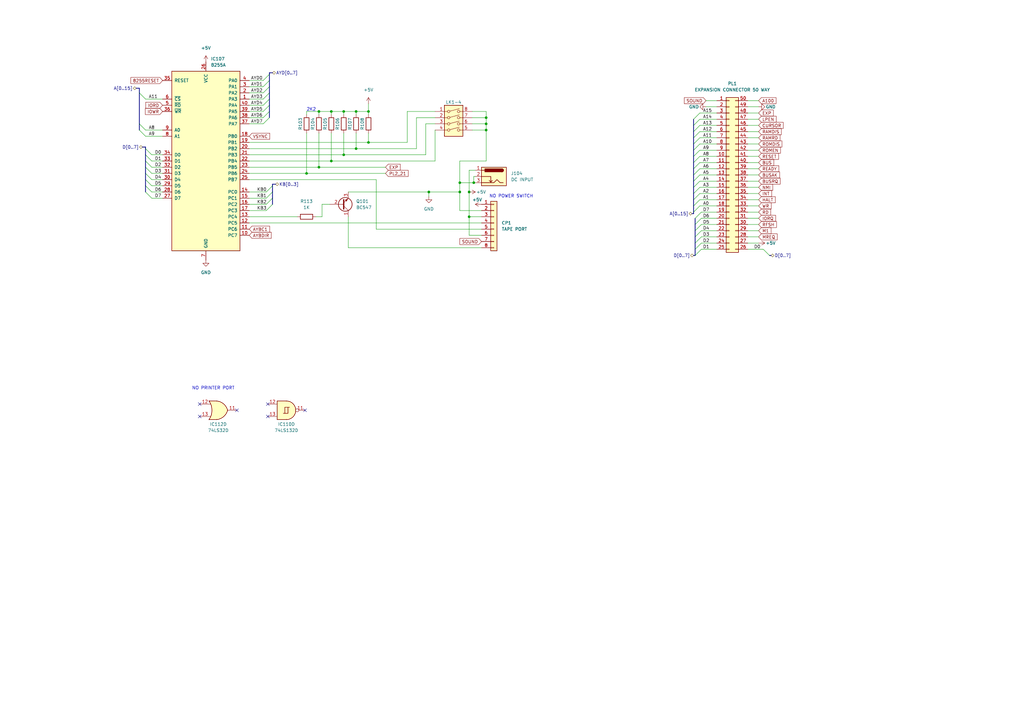
<source format=kicad_sch>
(kicad_sch (version 20230121) (generator eeschema)
  (paper "A3")
  (lib_symbols
    (symbol "74xx:74LS132" (pin_names (offset 1.016))
      (property "Reference" "U" (at 0 1.27 0))
      (property "Value" "74LS132" (at 0 -1.27 0))
      (symbol "74LS132_1_1"
        (pin input line (at -7.62 2.54 0) (length 3.81) (name "~") (number "1"))
        (pin input line (at -7.62 -2.54 0) (length 3.81) (name "~") (number "2"))
        (pin output inverted (at 7.62 0 180) (length 3.81) (name "~") (number "3"))
      )
      (symbol "74LS132_1_2"
        (pin input inverted (at -7.62 2.54 0) (length 4.318) (name "~") (number "1"))
        (pin input inverted (at -7.62 -2.54 0) (length 4.318) (name "~") (number "2"))
        (pin output line (at 7.62 0 180) (length 3.81) (name "~") (number "3"))
      )
      (symbol "74LS132_2_1"
        (pin input line (at -7.62 2.54 0) (length 3.81) (name "~") (number "4"))
        (pin input line (at -7.62 -2.54 0) (length 3.81) (name "~") (number "5"))
        (pin output inverted (at 7.62 0 180) (length 3.81) (name "~") (number "6"))
      )
      (symbol "74LS132_2_2"
        (pin input inverted (at -7.62 2.54 0) (length 4.318) (name "~") (number "4"))
        (pin input inverted (at -7.62 -2.54 0) (length 4.318) (name "~") (number "5"))
        (pin output line (at 7.62 0 180) (length 3.81) (name "~") (number "6"))
      )
      (symbol "74LS132_3_1"
        (pin input line (at -7.62 -2.54 0) (length 3.81) (name "~") (number "10"))
        (pin output inverted (at 7.62 0 180) (length 3.81) (name "~") (number "8"))
        (pin input line (at -7.62 2.54 0) (length 3.81) (name "~") (number "9"))
      )
      (symbol "74LS132_3_2"
        (pin input inverted (at -7.62 -2.54 0) (length 4.318) (name "~") (number "10"))
        (pin output line (at 7.62 0 180) (length 3.81) (name "~") (number "8"))
        (pin input inverted (at -7.62 2.54 0) (length 4.318) (name "~") (number "9"))
      )
      (symbol "74LS132_4_1"
        (pin output inverted (at 7.62 0 180) (length 3.81) (name "~") (number "11"))
        (pin input line (at -7.62 2.54 0) (length 3.81) (name "~") (number "12"))
        (pin input line (at -7.62 -2.54 0) (length 3.81) (name "~") (number "13"))
      )
      (symbol "74LS132_4_2"
        (pin output line (at 7.62 0 180) (length 3.81) (name "~") (number "11"))
        (pin input inverted (at -7.62 2.54 0) (length 4.318) (name "~") (number "12"))
        (pin input inverted (at -7.62 -2.54 0) (length 4.318) (name "~") (number "13"))
      )
      (symbol "74LS132_5_0"
        (pin power_in line (at 0 12.7 270) (length 5.08) (name "VCC") (number "14"))
        (pin power_in line (at 0 -12.7 90) (length 5.08) (name "GND") (number "7"))
      )
    )
    (symbol "74xx:74LS32" (pin_names (offset 1.016))
      (property "Reference" "U" (at 0 1.27 0))
      (property "Value" "74LS32" (at 0 -1.27 0))
      (symbol "74LS32_1_1"
        (pin input line (at -7.62 2.54 0) (length 4.318) (name "~") (number "1"))
        (pin input line (at -7.62 -2.54 0) (length 4.318) (name "~") (number "2"))
        (pin output line (at 7.62 0 180) (length 3.81) (name "~") (number "3"))
      )
      (symbol "74LS32_1_2"
        (pin input inverted (at -7.62 2.54 0) (length 3.81) (name "~") (number "1"))
        (pin input inverted (at -7.62 -2.54 0) (length 3.81) (name "~") (number "2"))
        (pin output inverted (at 7.62 0 180) (length 3.81) (name "~") (number "3"))
      )
      (symbol "74LS32_2_1"
        (pin input line (at -7.62 2.54 0) (length 4.318) (name "~") (number "4"))
        (pin input line (at -7.62 -2.54 0) (length 4.318) (name "~") (number "5"))
        (pin output line (at 7.62 0 180) (length 3.81) (name "~") (number "6"))
      )
      (symbol "74LS32_2_2"
        (pin input inverted (at -7.62 2.54 0) (length 3.81) (name "~") (number "4"))
        (pin input inverted (at -7.62 -2.54 0) (length 3.81) (name "~") (number "5"))
        (pin output inverted (at 7.62 0 180) (length 3.81) (name "~") (number "6"))
      )
      (symbol "74LS32_3_1"
        (pin input line (at -7.62 -2.54 0) (length 4.318) (name "~") (number "10"))
        (pin output line (at 7.62 0 180) (length 3.81) (name "~") (number "8"))
        (pin input line (at -7.62 2.54 0) (length 4.318) (name "~") (number "9"))
      )
      (symbol "74LS32_3_2"
        (pin input inverted (at -7.62 -2.54 0) (length 3.81) (name "~") (number "10"))
        (pin output inverted (at 7.62 0 180) (length 3.81) (name "~") (number "8"))
        (pin input inverted (at -7.62 2.54 0) (length 3.81) (name "~") (number "9"))
      )
      (symbol "74LS32_4_1"
        (pin output line (at 7.62 0 180) (length 3.81) (name "~") (number "11"))
        (pin input line (at -7.62 2.54 0) (length 4.318) (name "~") (number "12"))
        (pin input line (at -7.62 -2.54 0) (length 4.318) (name "~") (number "13"))
      )
      (symbol "74LS32_4_2"
        (pin output inverted (at 7.62 0 180) (length 3.81) (name "~") (number "11"))
        (pin input inverted (at -7.62 2.54 0) (length 3.81) (name "~") (number "12"))
        (pin input inverted (at -7.62 -2.54 0) (length 3.81) (name "~") (number "13"))
      )
      (symbol "74LS32_5_0"
        (pin power_in line (at 0 12.7 270) (length 5.08) (name "VCC") (number "14"))
        (pin power_in line (at 0 -12.7 90) (length 5.08) (name "GND") (number "7"))
      )
    )
    (symbol "Connector:Barrel_Jack_Switch_Pin3Ring" (pin_names hide)
      (property "Reference" "J" (at 0 5.334 0))
      (property "Value" "Barrel_Jack_Switch_Pin3Ring" (at 0 -5.08 0))
      (symbol "Barrel_Jack_Switch_Pin3Ring_1_1"
        (pin passive line (at 7.62 2.54 180) (length 2.54) (name "~") (number "1"))
        (pin passive line (at 7.62 0 180) (length 2.54) (name "~") (number "2"))
        (pin passive line (at 7.62 -2.54 180) (length 2.54) (name "~") (number "3"))
      )
    )
    (symbol "Connector_Generic:Conn_01x08" (pin_names (offset 1.016) hide)
      (property "Reference" "J" (at 0 10.16 0))
      (property "Value" "Conn_01x08" (at 0 -12.7 0))
      (symbol "Conn_01x08_1_1"
        (pin passive line (at -5.08 7.62 0) (length 3.81) (name "Pin_1") (number "1"))
        (pin passive line (at -5.08 5.08 0) (length 3.81) (name "Pin_2") (number "2"))
        (pin passive line (at -5.08 2.54 0) (length 3.81) (name "Pin_3") (number "3"))
        (pin passive line (at -5.08 0 0) (length 3.81) (name "Pin_4") (number "4"))
        (pin passive line (at -5.08 -2.54 0) (length 3.81) (name "Pin_5") (number "5"))
        (pin passive line (at -5.08 -5.08 0) (length 3.81) (name "Pin_6") (number "6"))
        (pin passive line (at -5.08 -7.62 0) (length 3.81) (name "Pin_7") (number "7"))
        (pin passive line (at -5.08 -10.16 0) (length 3.81) (name "Pin_8") (number "8"))
      )
    )
    (symbol "Connector_Generic:Conn_02x25_Counter_Clockwise" (pin_names (offset 1.016) hide)
      (property "Reference" "J" (at 1.27 33.02 0))
      (property "Value" "Conn_02x25_Counter_Clockwise" (at 1.27 -33.02 0))
      (symbol "Conn_02x25_Counter_Clockwise_1_1"
        (pin passive line (at -5.08 30.48 0) (length 3.81) (name "Pin_1") (number "1"))
        (pin passive line (at -5.08 7.62 0) (length 3.81) (name "Pin_10") (number "10"))
        (pin passive line (at -5.08 5.08 0) (length 3.81) (name "Pin_11") (number "11"))
        (pin passive line (at -5.08 2.54 0) (length 3.81) (name "Pin_12") (number "12"))
        (pin passive line (at -5.08 0 0) (length 3.81) (name "Pin_13") (number "13"))
        (pin passive line (at -5.08 -2.54 0) (length 3.81) (name "Pin_14") (number "14"))
        (pin passive line (at -5.08 -5.08 0) (length 3.81) (name "Pin_15") (number "15"))
        (pin passive line (at -5.08 -7.62 0) (length 3.81) (name "Pin_16") (number "16"))
        (pin passive line (at -5.08 -10.16 0) (length 3.81) (name "Pin_17") (number "17"))
        (pin passive line (at -5.08 -12.7 0) (length 3.81) (name "Pin_18") (number "18"))
        (pin passive line (at -5.08 -15.24 0) (length 3.81) (name "Pin_19") (number "19"))
        (pin passive line (at -5.08 27.94 0) (length 3.81) (name "Pin_2") (number "2"))
        (pin passive line (at -5.08 -17.78 0) (length 3.81) (name "Pin_20") (number "20"))
        (pin passive line (at -5.08 -20.32 0) (length 3.81) (name "Pin_21") (number "21"))
        (pin passive line (at -5.08 -22.86 0) (length 3.81) (name "Pin_22") (number "22"))
        (pin passive line (at -5.08 -25.4 0) (length 3.81) (name "Pin_23") (number "23"))
        (pin passive line (at -5.08 -27.94 0) (length 3.81) (name "Pin_24") (number "24"))
        (pin passive line (at -5.08 -30.48 0) (length 3.81) (name "Pin_25") (number "25"))
        (pin passive line (at 7.62 -30.48 180) (length 3.81) (name "Pin_26") (number "26"))
        (pin passive line (at 7.62 -27.94 180) (length 3.81) (name "Pin_27") (number "27"))
        (pin passive line (at 7.62 -25.4 180) (length 3.81) (name "Pin_28") (number "28"))
        (pin passive line (at 7.62 -22.86 180) (length 3.81) (name "Pin_29") (number "29"))
        (pin passive line (at -5.08 25.4 0) (length 3.81) (name "Pin_3") (number "3"))
        (pin passive line (at 7.62 -20.32 180) (length 3.81) (name "Pin_30") (number "30"))
        (pin passive line (at 7.62 -17.78 180) (length 3.81) (name "Pin_31") (number "31"))
        (pin passive line (at 7.62 -15.24 180) (length 3.81) (name "Pin_32") (number "32"))
        (pin passive line (at 7.62 -12.7 180) (length 3.81) (name "Pin_33") (number "33"))
        (pin passive line (at 7.62 -10.16 180) (length 3.81) (name "Pin_34") (number "34"))
        (pin passive line (at 7.62 -7.62 180) (length 3.81) (name "Pin_35") (number "35"))
        (pin passive line (at 7.62 -5.08 180) (length 3.81) (name "Pin_36") (number "36"))
        (pin passive line (at 7.62 -2.54 180) (length 3.81) (name "Pin_37") (number "37"))
        (pin passive line (at 7.62 0 180) (length 3.81) (name "Pin_38") (number "38"))
        (pin passive line (at 7.62 2.54 180) (length 3.81) (name "Pin_39") (number "39"))
        (pin passive line (at -5.08 22.86 0) (length 3.81) (name "Pin_4") (number "4"))
        (pin passive line (at 7.62 5.08 180) (length 3.81) (name "Pin_40") (number "40"))
        (pin passive line (at 7.62 7.62 180) (length 3.81) (name "Pin_41") (number "41"))
        (pin passive line (at 7.62 10.16 180) (length 3.81) (name "Pin_42") (number "42"))
        (pin passive line (at 7.62 12.7 180) (length 3.81) (name "Pin_43") (number "43"))
        (pin passive line (at 7.62 15.24 180) (length 3.81) (name "Pin_44") (number "44"))
        (pin passive line (at 7.62 17.78 180) (length 3.81) (name "Pin_45") (number "45"))
        (pin passive line (at 7.62 20.32 180) (length 3.81) (name "Pin_46") (number "46"))
        (pin passive line (at 7.62 22.86 180) (length 3.81) (name "Pin_47") (number "47"))
        (pin passive line (at 7.62 25.4 180) (length 3.81) (name "Pin_48") (number "48"))
        (pin passive line (at 7.62 27.94 180) (length 3.81) (name "Pin_49") (number "49"))
        (pin passive line (at -5.08 20.32 0) (length 3.81) (name "Pin_5") (number "5"))
        (pin passive line (at 7.62 30.48 180) (length 3.81) (name "Pin_50") (number "50"))
        (pin passive line (at -5.08 17.78 0) (length 3.81) (name "Pin_6") (number "6"))
        (pin passive line (at -5.08 15.24 0) (length 3.81) (name "Pin_7") (number "7"))
        (pin passive line (at -5.08 12.7 0) (length 3.81) (name "Pin_8") (number "8"))
        (pin passive line (at -5.08 10.16 0) (length 3.81) (name "Pin_9") (number "9"))
      )
    )
    (symbol "Device:R" (pin_numbers hide) (pin_names (offset 0))
      (property "Reference" "R" (at 2.032 0 90))
      (property "Value" "R" (at 0 0 90))
      (symbol "R_1_1"
        (pin passive line (at 0 3.81 270) (length 1.27) (name "~") (number "1"))
        (pin passive line (at 0 -3.81 90) (length 1.27) (name "~") (number "2"))
      )
    )
    (symbol "Interface:8255A" (pin_names (offset 1.016))
      (property "Reference" "U" (at -13.97 38.1 0))
      (property "Value" "8255A" (at 8.89 38.1 0))
      (symbol "8255A_1_1"
        (pin bidirectional line (at 17.78 25.4 180) (length 3.81) (name "PA3") (number "1"))
        (pin bidirectional line (at 17.78 -30.48 180) (length 3.81) (name "PC7") (number "10"))
        (pin bidirectional line (at 17.78 -27.94 180) (length 3.81) (name "PC6") (number "11"))
        (pin bidirectional line (at 17.78 -25.4 180) (length 3.81) (name "PC5") (number "12"))
        (pin bidirectional line (at 17.78 -22.86 180) (length 3.81) (name "PC4") (number "13"))
        (pin bidirectional line (at 17.78 -12.7 180) (length 3.81) (name "PC0") (number "14"))
        (pin bidirectional line (at 17.78 -15.24 180) (length 3.81) (name "PC1") (number "15"))
        (pin bidirectional line (at 17.78 -17.78 180) (length 3.81) (name "PC2") (number "16"))
        (pin bidirectional line (at 17.78 -20.32 180) (length 3.81) (name "PC3") (number "17"))
        (pin bidirectional line (at 17.78 10.16 180) (length 3.81) (name "PB0") (number "18"))
        (pin bidirectional line (at 17.78 7.62 180) (length 3.81) (name "PB1") (number "19"))
        (pin bidirectional line (at 17.78 27.94 180) (length 3.81) (name "PA2") (number "2"))
        (pin bidirectional line (at 17.78 5.08 180) (length 3.81) (name "PB2") (number "20"))
        (pin bidirectional line (at 17.78 2.54 180) (length 3.81) (name "PB3") (number "21"))
        (pin bidirectional line (at 17.78 0 180) (length 3.81) (name "PB4") (number "22"))
        (pin bidirectional line (at 17.78 -2.54 180) (length 3.81) (name "PB5") (number "23"))
        (pin bidirectional line (at 17.78 -5.08 180) (length 3.81) (name "PB6") (number "24"))
        (pin bidirectional line (at 17.78 -7.62 180) (length 3.81) (name "PB7") (number "25"))
        (pin power_in line (at 0 40.64 270) (length 3.81) (name "VCC") (number "26"))
        (pin bidirectional line (at -17.78 -15.24 0) (length 3.81) (name "D7") (number "27"))
        (pin bidirectional line (at -17.78 -12.7 0) (length 3.81) (name "D6") (number "28"))
        (pin bidirectional line (at -17.78 -10.16 0) (length 3.81) (name "D5") (number "29"))
        (pin bidirectional line (at 17.78 30.48 180) (length 3.81) (name "PA1") (number "3"))
        (pin bidirectional line (at -17.78 -7.62 0) (length 3.81) (name "D4") (number "30"))
        (pin bidirectional line (at -17.78 -5.08 0) (length 3.81) (name "D3") (number "31"))
        (pin bidirectional line (at -17.78 -2.54 0) (length 3.81) (name "D2") (number "32"))
        (pin bidirectional line (at -17.78 0 0) (length 3.81) (name "D1") (number "33"))
        (pin bidirectional line (at -17.78 2.54 0) (length 3.81) (name "D0") (number "34"))
        (pin input line (at -17.78 33.02 0) (length 3.81) (name "RESET") (number "35"))
        (pin input line (at -17.78 20.32 0) (length 3.81) (name "~{WR}") (number "36"))
        (pin bidirectional line (at 17.78 15.24 180) (length 3.81) (name "PA7") (number "37"))
        (pin bidirectional line (at 17.78 17.78 180) (length 3.81) (name "PA6") (number "38"))
        (pin bidirectional line (at 17.78 20.32 180) (length 3.81) (name "PA5") (number "39"))
        (pin bidirectional line (at 17.78 33.02 180) (length 3.81) (name "PA0") (number "4"))
        (pin bidirectional line (at 17.78 22.86 180) (length 3.81) (name "PA4") (number "40"))
        (pin input line (at -17.78 22.86 0) (length 3.81) (name "~{RD}") (number "5"))
        (pin input line (at -17.78 25.4 0) (length 3.81) (name "~{CS}") (number "6"))
        (pin power_in line (at 0 -40.64 90) (length 3.81) (name "GND") (number "7"))
        (pin input line (at -17.78 10.16 0) (length 3.81) (name "A1") (number "8"))
        (pin input line (at -17.78 12.7 0) (length 3.81) (name "A0") (number "9"))
      )
    )
    (symbol "Switch:SW_DIP_x04" (pin_names (offset 0) hide)
      (property "Reference" "SW" (at 0 8.89 0))
      (property "Value" "SW_DIP_x04" (at 0 -6.35 0))
      (symbol "SW_DIP_x04_1_1"
        (pin passive line (at -7.62 5.08 0) (length 5.08) (name "~") (number "1"))
        (pin passive line (at -7.62 2.54 0) (length 5.08) (name "~") (number "2"))
        (pin passive line (at -7.62 0 0) (length 5.08) (name "~") (number "3"))
        (pin passive line (at -7.62 -2.54 0) (length 5.08) (name "~") (number "4"))
        (pin passive line (at 7.62 -2.54 180) (length 5.08) (name "~") (number "5"))
        (pin passive line (at 7.62 0 180) (length 5.08) (name "~") (number "6"))
        (pin passive line (at 7.62 2.54 180) (length 5.08) (name "~") (number "7"))
        (pin passive line (at 7.62 5.08 180) (length 5.08) (name "~") (number "8"))
      )
    )
    (symbol "Transistor_BJT:BC547" (pin_names (offset 0) hide)
      (property "Reference" "Q" (at 5.08 1.905 0))
      (property "Value" "BC547" (at 5.08 0 0))
      (symbol "BC547_1_1"
        (pin passive line (at 2.54 5.08 270) (length 2.54) (name "C") (number "1"))
        (pin input line (at -5.08 0 0) (length 5.08) (name "B") (number "2"))
        (pin passive line (at 2.54 -5.08 90) (length 2.54) (name "E") (number "3"))
      )
    )
    (symbol "power:+5V" (power) (pin_names (offset 0))
      (property "Value" "+5V" (at 0 3.556 0))
      (symbol "+5V_1_1"
        (pin power_in line (at 0 0 90) (length 0) hide (name "+5V") (number "1"))
      )
    )
    (symbol "power:GND" (power) (pin_names (offset 0))
      (property "Value" "GND" (at 0 -3.81 0))
      (symbol "GND_1_1"
        (pin power_in line (at 0 0 270) (length 0) hide (name "GND") (number "1"))
      )
    )
  )
  (junction (at 125.73 71.12))
  (junction (at 151.13 45.72))
  (junction (at 130.81 45.72))
  (junction (at 146.05 45.72))
  (junction (at 192.405 78.74))
  (junction (at 192.405 88.9))
  (junction (at 188.595 74.93))
  (junction (at 194.31 74.93))
  (junction (at 140.97 63.5))
  (junction (at 199.39 50.8))
  (junction (at 199.39 48.26))
  (junction (at 199.39 53.34))
  (junction (at 140.97 45.72))
  (junction (at 135.89 45.72))
  (junction (at 175.895 78.74))
  (junction (at 146.05 60.96))
  (junction (at 188.595 78.74))
  (junction (at 135.89 66.04))
  (junction (at 151.13 58.42))
  (junction (at 130.81 68.58))
  (no_connect (at 109.855 170.815))
  (no_connect (at 109.855 165.735))
  (no_connect (at 125.095 168.275))
  (no_connect (at 81.915 165.735))
  (no_connect (at 81.915 170.815))
  (no_connect (at 97.155 168.275))
  (bus_entry (at 107.95 38.1) (size 2.54 -2.54))
  (bus_entry (at 107.95 43.18) (size 2.54 -2.54))
  (bus_entry (at 285.115 92.075) (size 2.54 -2.54))
  (bus_entry (at 284.48 56.515) (size 2.54 -2.54))
  (bus_entry (at 59.69 73.66) (size 2.54 2.54))
  (bus_entry (at 285.115 89.535) (size 2.54 -2.54))
  (bus_entry (at 284.48 48.895) (size 2.54 -2.54))
  (bus_entry (at 57.15 50.8) (size 2.54 2.54))
  (bus_entry (at 107.95 50.8) (size 2.54 -2.54))
  (bus_entry (at 107.95 45.72) (size 2.54 -2.54))
  (bus_entry (at 59.69 66.04) (size 2.54 2.54))
  (bus_entry (at 284.48 84.455) (size 2.54 -2.54))
  (bus_entry (at 284.48 61.595) (size 2.54 -2.54))
  (bus_entry (at 284.48 74.295) (size 2.54 -2.54))
  (bus_entry (at 59.69 68.58) (size 2.54 2.54))
  (bus_entry (at 107.95 35.56) (size 2.54 -2.54))
  (bus_entry (at 59.69 76.2) (size 2.54 2.54))
  (bus_entry (at 57.15 53.34) (size 2.54 2.54))
  (bus_entry (at 59.69 63.5) (size 2.54 2.54))
  (bus_entry (at 284.48 81.915) (size 2.54 -2.54))
  (bus_entry (at 109.22 86.36) (size 2.54 -2.54))
  (bus_entry (at 109.22 78.74) (size 2.54 -2.54))
  (bus_entry (at 284.48 64.135) (size 2.54 -2.54))
  (bus_entry (at 284.48 59.055) (size 2.54 -2.54))
  (bus_entry (at 284.48 79.375) (size 2.54 -2.54))
  (bus_entry (at 285.115 97.155) (size 2.54 -2.54))
  (bus_entry (at 107.95 33.02) (size 2.54 -2.54))
  (bus_entry (at 57.15 38.1) (size 2.54 2.54))
  (bus_entry (at 285.115 102.235) (size 2.54 -2.54))
  (bus_entry (at 284.48 86.995) (size 2.54 -2.54))
  (bus_entry (at 284.48 51.435) (size 2.54 -2.54))
  (bus_entry (at 284.48 53.975) (size 2.54 -2.54))
  (bus_entry (at 107.95 48.26) (size 2.54 -2.54))
  (bus_entry (at 284.48 76.835) (size 2.54 -2.54))
  (bus_entry (at 285.115 99.695) (size 2.54 -2.54))
  (bus_entry (at 284.48 66.675) (size 2.54 -2.54))
  (bus_entry (at 59.69 60.96) (size 2.54 2.54))
  (bus_entry (at 285.115 94.615) (size 2.54 -2.54))
  (bus_entry (at 284.48 71.755) (size 2.54 -2.54))
  (bus_entry (at 59.69 71.12) (size 2.54 2.54))
  (bus_entry (at 285.115 104.775) (size 2.54 -2.54))
  (bus_entry (at 284.48 69.215) (size 2.54 -2.54))
  (bus_entry (at 107.95 40.64) (size 2.54 -2.54))
  (bus_entry (at 59.69 78.74) (size 2.54 2.54))
  (bus_entry (at 109.22 83.82) (size 2.54 -2.54))
  (bus_entry (at 109.22 81.28) (size 2.54 -2.54))
  (bus_entry (at 313.055 102.235) (size 2.54 2.54))
  (wire (pts (xy 62.23 76.2) (xy 66.675 76.2)))
  (wire (pts (xy 135.89 45.72) (xy 140.97 45.72)))
  (wire (pts (xy 287.655 97.155) (xy 294.005 97.155)))
  (wire (pts (xy 188.595 74.93) (xy 194.31 74.93)))
  (wire (pts (xy 306.705 86.995) (xy 311.15 86.995)))
  (wire (pts (xy 140.97 45.72) (xy 140.97 46.99)))
  (wire (pts (xy 306.705 94.615) (xy 311.15 94.615)))
  (bus (pts (xy 113.03 75.565) (xy 111.76 75.565)))
  (wire (pts (xy 130.81 54.61) (xy 130.81 68.58)))
  (wire (pts (xy 287.655 102.235) (xy 294.005 102.235)))
  (wire (pts (xy 287.02 66.675) (xy 294.005 66.675)))
  (wire (pts (xy 287.02 76.835) (xy 294.005 76.835)))
  (wire (pts (xy 102.235 63.5) (xy 140.97 63.5)))
  (wire (pts (xy 287.02 84.455) (xy 294.005 84.455)))
  (wire (pts (xy 287.02 51.435) (xy 294.005 51.435)))
  (bus (pts (xy 110.49 33.02) (xy 110.49 35.56)))
  (wire (pts (xy 102.235 60.96) (xy 146.05 60.96)))
  (wire (pts (xy 306.705 92.075) (xy 311.15 92.075)))
  (wire (pts (xy 306.705 61.595) (xy 311.15 61.595)))
  (bus (pts (xy 57.15 38.1) (xy 57.15 50.8)))
  (wire (pts (xy 287.02 71.755) (xy 294.005 71.755)))
  (wire (pts (xy 167.005 45.72) (xy 178.435 45.72)))
  (wire (pts (xy 193.675 45.72) (xy 199.39 45.72)))
  (wire (pts (xy 188.595 66.04) (xy 199.39 66.04)))
  (wire (pts (xy 306.705 69.215) (xy 311.15 69.215)))
  (wire (pts (xy 102.235 43.18) (xy 107.95 43.18)))
  (bus (pts (xy 285.115 99.695) (xy 285.115 102.235)))
  (wire (pts (xy 199.39 50.8) (xy 199.39 53.34)))
  (bus (pts (xy 284.48 51.435) (xy 284.48 53.975)))
  (bus (pts (xy 316.23 104.775) (xy 315.595 104.775)))
  (wire (pts (xy 102.235 78.74) (xy 109.22 78.74)))
  (bus (pts (xy 59.69 76.2) (xy 59.69 78.74)))
  (wire (pts (xy 306.705 53.975) (xy 311.15 53.975)))
  (wire (pts (xy 188.595 86.36) (xy 188.595 78.74)))
  (wire (pts (xy 102.235 66.04) (xy 135.89 66.04)))
  (wire (pts (xy 62.23 78.74) (xy 66.675 78.74)))
  (wire (pts (xy 130.81 68.58) (xy 158.115 68.58)))
  (bus (pts (xy 284.48 86.995) (xy 284.48 87.63)))
  (bus (pts (xy 285.115 102.235) (xy 285.115 104.775)))
  (wire (pts (xy 62.23 73.66) (xy 66.675 73.66)))
  (wire (pts (xy 102.235 33.02) (xy 107.95 33.02)))
  (wire (pts (xy 132.08 83.82) (xy 135.255 83.82)))
  (wire (pts (xy 146.05 45.72) (xy 146.05 46.99)))
  (wire (pts (xy 194.31 72.39) (xy 194.31 74.93)))
  (wire (pts (xy 306.705 74.295) (xy 311.15 74.295)))
  (wire (pts (xy 102.235 91.44) (xy 197.485 91.44)))
  (wire (pts (xy 102.235 40.64) (xy 107.95 40.64)))
  (wire (pts (xy 146.05 45.72) (xy 151.13 45.72)))
  (bus (pts (xy 59.69 60.325) (xy 59.69 60.96)))
  (wire (pts (xy 102.235 81.28) (xy 109.22 81.28)))
  (wire (pts (xy 125.73 54.61) (xy 125.73 71.12)))
  (wire (pts (xy 287.02 48.895) (xy 294.005 48.895)))
  (wire (pts (xy 306.705 41.275) (xy 311.15 41.275)))
  (bus (pts (xy 284.48 74.295) (xy 284.48 76.835)))
  (wire (pts (xy 175.895 78.74) (xy 175.895 80.645)))
  (wire (pts (xy 192.405 69.85) (xy 192.405 78.74)))
  (wire (pts (xy 197.485 93.98) (xy 154.305 93.98)))
  (bus (pts (xy 284.48 81.915) (xy 284.48 84.455)))
  (bus (pts (xy 285.115 94.615) (xy 285.115 97.155)))
  (wire (pts (xy 174.625 63.5) (xy 174.625 50.8)))
  (wire (pts (xy 287.02 79.375) (xy 294.005 79.375)))
  (wire (pts (xy 135.89 45.72) (xy 135.89 46.99)))
  (wire (pts (xy 194.945 72.39) (xy 194.31 72.39)))
  (bus (pts (xy 57.15 50.8) (xy 57.15 53.34)))
  (bus (pts (xy 284.48 71.755) (xy 284.48 74.295)))
  (bus (pts (xy 284.48 79.375) (xy 284.48 81.915)))
  (wire (pts (xy 194.945 69.85) (xy 192.405 69.85)))
  (wire (pts (xy 306.705 51.435) (xy 311.15 51.435)))
  (wire (pts (xy 130.81 45.72) (xy 135.89 45.72)))
  (wire (pts (xy 192.405 88.9) (xy 197.485 88.9)))
  (bus (pts (xy 59.69 63.5) (xy 59.69 66.04)))
  (bus (pts (xy 284.48 66.675) (xy 284.48 69.215)))
  (wire (pts (xy 194.31 74.93) (xy 194.945 74.93)))
  (wire (pts (xy 306.705 71.755) (xy 311.15 71.755)))
  (wire (pts (xy 306.705 48.895) (xy 311.15 48.895)))
  (wire (pts (xy 306.705 59.055) (xy 311.15 59.055)))
  (wire (pts (xy 306.705 89.535) (xy 311.15 89.535)))
  (wire (pts (xy 306.705 64.135) (xy 311.15 64.135)))
  (wire (pts (xy 306.705 99.695) (xy 311.15 99.695)))
  (bus (pts (xy 57.15 36.195) (xy 57.15 38.1)))
  (wire (pts (xy 154.305 73.66) (xy 102.235 73.66)))
  (wire (pts (xy 287.02 46.355) (xy 294.005 46.355)))
  (wire (pts (xy 287.655 99.695) (xy 294.005 99.695)))
  (wire (pts (xy 199.39 48.26) (xy 199.39 50.8)))
  (wire (pts (xy 142.875 101.6) (xy 197.485 101.6)))
  (wire (pts (xy 146.05 60.96) (xy 170.815 60.96)))
  (wire (pts (xy 59.69 53.34) (xy 66.675 53.34)))
  (wire (pts (xy 62.23 66.04) (xy 66.675 66.04)))
  (bus (pts (xy 111.76 29.845) (xy 110.49 29.845)))
  (wire (pts (xy 125.73 71.12) (xy 158.115 71.12)))
  (wire (pts (xy 125.73 45.72) (xy 130.81 45.72)))
  (bus (pts (xy 59.69 60.96) (xy 59.69 63.5)))
  (bus (pts (xy 59.69 66.04) (xy 59.69 68.58)))
  (wire (pts (xy 151.13 45.72) (xy 151.13 42.545)))
  (bus (pts (xy 58.42 60.325) (xy 59.69 60.325)))
  (wire (pts (xy 199.39 53.34) (xy 199.39 66.04)))
  (wire (pts (xy 102.235 71.12) (xy 125.73 71.12)))
  (wire (pts (xy 306.705 81.915) (xy 311.15 81.915)))
  (wire (pts (xy 146.05 54.61) (xy 146.05 60.96)))
  (bus (pts (xy 110.49 38.1) (xy 110.49 40.64)))
  (bus (pts (xy 110.49 43.18) (xy 110.49 45.72)))
  (wire (pts (xy 306.705 66.675) (xy 311.15 66.675)))
  (bus (pts (xy 111.76 78.74) (xy 111.76 81.28)))
  (wire (pts (xy 193.675 53.34) (xy 199.39 53.34)))
  (bus (pts (xy 110.49 45.72) (xy 110.49 48.26)))
  (wire (pts (xy 287.02 81.915) (xy 294.005 81.915)))
  (wire (pts (xy 142.875 88.9) (xy 142.875 101.6)))
  (wire (pts (xy 199.39 45.72) (xy 199.39 48.26)))
  (wire (pts (xy 151.13 54.61) (xy 151.13 58.42)))
  (wire (pts (xy 142.875 78.74) (xy 175.895 78.74)))
  (wire (pts (xy 62.23 81.28) (xy 66.675 81.28)))
  (wire (pts (xy 135.89 66.04) (xy 178.435 66.04)))
  (wire (pts (xy 62.23 63.5) (xy 66.675 63.5)))
  (bus (pts (xy 285.115 97.155) (xy 285.115 99.695)))
  (wire (pts (xy 306.705 43.815) (xy 311.15 43.815)))
  (wire (pts (xy 188.595 78.74) (xy 188.595 74.93)))
  (wire (pts (xy 287.02 56.515) (xy 294.005 56.515)))
  (bus (pts (xy 284.48 84.455) (xy 284.48 86.995)))
  (bus (pts (xy 111.76 76.2) (xy 111.76 78.74)))
  (bus (pts (xy 284.48 53.975) (xy 284.48 56.515)))
  (wire (pts (xy 306.705 56.515) (xy 311.15 56.515)))
  (bus (pts (xy 285.115 89.535) (xy 285.115 92.075)))
  (wire (pts (xy 192.405 96.52) (xy 197.485 96.52)))
  (wire (pts (xy 102.235 86.36) (xy 109.22 86.36)))
  (wire (pts (xy 306.705 84.455) (xy 311.15 84.455)))
  (wire (pts (xy 154.305 93.98) (xy 154.305 73.66)))
  (wire (pts (xy 306.705 97.155) (xy 311.15 97.155)))
  (wire (pts (xy 287.02 53.975) (xy 294.005 53.975)))
  (wire (pts (xy 174.625 50.8) (xy 178.435 50.8)))
  (wire (pts (xy 287.02 59.055) (xy 294.005 59.055)))
  (wire (pts (xy 140.97 45.72) (xy 146.05 45.72)))
  (wire (pts (xy 62.23 68.58) (xy 66.675 68.58)))
  (bus (pts (xy 59.69 71.12) (xy 59.69 73.66)))
  (bus (pts (xy 284.48 69.215) (xy 284.48 71.755)))
  (wire (pts (xy 102.235 88.9) (xy 121.92 88.9)))
  (bus (pts (xy 285.115 92.075) (xy 285.115 94.615)))
  (wire (pts (xy 102.235 35.56) (xy 107.95 35.56)))
  (bus (pts (xy 284.48 48.895) (xy 284.48 51.435)))
  (bus (pts (xy 284.48 61.595) (xy 284.48 64.135)))
  (bus (pts (xy 284.48 64.135) (xy 284.48 66.675)))
  (bus (pts (xy 55.88 36.195) (xy 57.15 36.195)))
  (wire (pts (xy 102.235 68.58) (xy 130.81 68.58)))
  (wire (pts (xy 62.23 71.12) (xy 66.675 71.12)))
  (wire (pts (xy 287.655 92.075) (xy 294.005 92.075)))
  (wire (pts (xy 130.81 45.72) (xy 130.81 46.99)))
  (wire (pts (xy 188.595 66.04) (xy 188.595 74.93)))
  (bus (pts (xy 110.49 30.48) (xy 110.49 33.02)))
  (wire (pts (xy 135.89 54.61) (xy 135.89 66.04)))
  (wire (pts (xy 102.235 83.82) (xy 109.22 83.82)))
  (bus (pts (xy 110.49 40.64) (xy 110.49 43.18)))
  (wire (pts (xy 151.13 45.72) (xy 151.13 46.99)))
  (bus (pts (xy 111.76 81.28) (xy 111.76 83.82)))
  (wire (pts (xy 289.56 41.275) (xy 294.005 41.275)))
  (wire (pts (xy 102.235 50.8) (xy 107.95 50.8)))
  (wire (pts (xy 306.705 102.235) (xy 313.055 102.235)))
  (wire (pts (xy 287.655 86.995) (xy 294.005 86.995)))
  (wire (pts (xy 287.02 61.595) (xy 294.005 61.595)))
  (bus (pts (xy 284.48 76.835) (xy 284.48 79.375)))
  (wire (pts (xy 102.235 48.26) (xy 107.95 48.26)))
  (bus (pts (xy 59.69 73.66) (xy 59.69 76.2)))
  (wire (pts (xy 306.705 79.375) (xy 311.15 79.375)))
  (wire (pts (xy 289.56 43.815) (xy 294.005 43.815)))
  (wire (pts (xy 175.895 78.74) (xy 188.595 78.74)))
  (bus (pts (xy 59.69 68.58) (xy 59.69 71.12)))
  (wire (pts (xy 170.815 60.96) (xy 170.815 48.26)))
  (wire (pts (xy 192.405 78.74) (xy 192.405 88.9)))
  (wire (pts (xy 287.655 94.615) (xy 294.005 94.615)))
  (wire (pts (xy 167.005 58.42) (xy 167.005 45.72)))
  (bus (pts (xy 284.48 104.775) (xy 285.115 104.775)))
  (wire (pts (xy 197.485 86.36) (xy 188.595 86.36)))
  (bus (pts (xy 283.845 87.63) (xy 284.48 87.63)))
  (wire (pts (xy 129.54 88.9) (xy 132.08 88.9)))
  (wire (pts (xy 306.705 76.835) (xy 311.15 76.835)))
  (wire (pts (xy 193.675 50.8) (xy 199.39 50.8)))
  (wire (pts (xy 287.02 74.295) (xy 294.005 74.295)))
  (bus (pts (xy 111.76 75.565) (xy 111.76 76.2)))
  (bus (pts (xy 110.49 35.56) (xy 110.49 38.1)))
  (wire (pts (xy 170.815 48.26) (xy 178.435 48.26)))
  (wire (pts (xy 178.435 66.04) (xy 178.435 53.34)))
  (wire (pts (xy 140.97 63.5) (xy 174.625 63.5)))
  (wire (pts (xy 102.235 45.72) (xy 107.95 45.72)))
  (wire (pts (xy 287.655 89.535) (xy 294.005 89.535)))
  (bus (pts (xy 110.49 29.845) (xy 110.49 30.48)))
  (bus (pts (xy 284.48 59.055) (xy 284.48 61.595)))
  (wire (pts (xy 132.08 88.9) (xy 132.08 83.82)))
  (wire (pts (xy 193.675 48.26) (xy 199.39 48.26)))
  (bus (pts (xy 284.48 56.515) (xy 284.48 59.055)))
  (wire (pts (xy 192.405 88.9) (xy 192.405 96.52)))
  (wire (pts (xy 287.02 64.135) (xy 294.005 64.135)))
  (wire (pts (xy 59.69 55.88) (xy 66.675 55.88)))
  (wire (pts (xy 287.02 69.215) (xy 294.005 69.215)))
  (wire (pts (xy 125.73 46.99) (xy 125.73 45.72)))
  (wire (pts (xy 102.235 58.42) (xy 151.13 58.42)))
  (wire (pts (xy 102.235 38.1) (xy 107.95 38.1)))
  (wire (pts (xy 140.97 54.61) (xy 140.97 63.5)))
  (wire (pts (xy 151.13 58.42) (xy 167.005 58.42)))
  (wire (pts (xy 59.69 40.64) (xy 66.675 40.64)))
  (wire (pts (xy 306.705 46.355) (xy 311.15 46.355)))
  (text "2K2" (at 125.73 45.72 0) (effects (font (size 1.27 1.27)) (justify left bottom)))
  (text "NO POWER SWITCH" (at 200.66 81.28 0) (effects (font (size 1.27 1.27)) (justify left bottom)))
  (text "NO PRINTER PORT" (at 78.74 160.02 0) (effects (font (size 1.27 1.27)) (justify left bottom)))
  (label "D0" (at 63.5 63.5 0))
  (label "A9" (at 288.29 61.595 0))
  (label "D6" (at 63.5 78.74 0))
  (label "A2" (at 288.29 79.375 0))
  (label "AYD0" (at 102.87 33.02 0))
  (label "A11" (at 60.96 40.64 0))
  (label "D7" (at 288.29 86.995 0))
  (label "KB0" (at 105.41 78.74 0))
  (label "A11" (at 288.29 56.515 0))
  (label "AYD6" (at 102.87 48.26 0))
  (label "A14" (at 288.29 48.895 0))
  (label "A8" (at 60.96 53.34 0))
  (label "A10" (at 288.29 59.055 0))
  (label "D2" (at 288.29 99.695 0))
  (label "A8" (at 288.29 64.135 0))
  (label "D4" (at 288.29 94.615 0))
  (label "AYD5" (at 102.87 45.72 0))
  (label "D1" (at 288.29 102.235 0))
  (label "D7" (at 63.5 81.28 0))
  (label "AYD2" (at 102.87 38.1 0))
  (label "A1" (at 288.29 81.915 0))
  (label "A15" (at 288.29 46.355 0))
  (label "AYD3" (at 102.87 40.64 0))
  (label "D4" (at 63.5 73.66 0))
  (label "A3" (at 288.29 76.835 0))
  (label "D2" (at 63.5 68.58 0))
  (label "AYD4" (at 102.87 43.18 0))
  (label "D0" (at 309.245 102.235 0))
  (label "A0" (at 288.29 84.455 0))
  (label "D1" (at 63.5 66.04 0))
  (label "A12" (at 288.29 53.975 0))
  (label "AYD1" (at 102.87 35.56 0))
  (label "D3" (at 288.29 97.155 0))
  (label "A9" (at 60.96 55.88 0))
  (label "D3" (at 63.5 71.12 0))
  (label "D5" (at 288.29 92.075 0))
  (label "D6" (at 288.29 89.535 0))
  (label "KB3" (at 105.41 86.36 0))
  (label "A7" (at 288.29 66.675 0))
  (label "A13" (at 288.29 51.435 0))
  (label "A4" (at 288.29 74.295 0))
  (label "A6" (at 288.29 69.215 0))
  (label "A5" (at 288.29 71.755 0))
  (label "D5" (at 63.5 76.2 0))
  (label "AYD7" (at 102.87 50.8 0))
  (label "KB2" (at 105.41 83.82 0))
  (label "KB1" (at 105.41 81.28 0))
  (global_label "SOUND" (shape input) (at 289.56 41.275 180) (property "Intersheetrefs" "${INTERSHEET_REFS}" (effects hide)))
  (global_label "AYBDIR" (shape input) (at 102.235 96.52 0) (property "Intersheetrefs" "${INTERSHEET_REFS}" (effects hide)))
  (global_label "PL2_21" (shape input) (at 158.115 71.12 0) (property "Intersheetrefs" "${INTERSHEET_REFS}" (effects hide)))
  (global_label "EXP" (shape input) (at 311.15 46.355 0) (property "Intersheetrefs" "${INTERSHEET_REFS}" (effects hide)))
  (global_label "A100" (shape input) (at 311.15 41.275 0) (property "Intersheetrefs" "${INTERSHEET_REFS}" (effects hide)))
  (global_label "RFSH" (shape input) (at 311.15 92.075 0) (property "Intersheetrefs" "${INTERSHEET_REFS}" (effects hide)))
  (global_label "AYBC1" (shape input) (at 102.235 93.98 0) (property "Intersheetrefs" "${INTERSHEET_REFS}" (effects hide)))
  (global_label "MREQ" (shape input) (at 311.15 97.155 0) (property "Intersheetrefs" "${INTERSHEET_REFS}" (effects hide)))
  (global_label "IORD" (shape input) (at 66.675 43.18 180) (property "Intersheetrefs" "${INTERSHEET_REFS}" (effects hide)))
  (global_label "ROMEN" (shape input) (at 311.15 61.595 0) (property "Intersheetrefs" "${INTERSHEET_REFS}" (effects hide)))
  (global_label "NMI" (shape input) (at 311.15 76.835 0) (property "Intersheetrefs" "${INTERSHEET_REFS}" (effects hide)))
  (global_label "CURSOR" (shape input) (at 311.15 51.435 0) (property "Intersheetrefs" "${INTERSHEET_REFS}" (effects hide)))
  (global_label "IOWR" (shape input) (at 66.675 45.72 180) (property "Intersheetrefs" "${INTERSHEET_REFS}" (effects hide)))
  (global_label "READY" (shape input) (at 311.15 69.215 0) (property "Intersheetrefs" "${INTERSHEET_REFS}" (effects hide)))
  (global_label "RAMDIS" (shape input) (at 311.15 53.975 0) (property "Intersheetrefs" "${INTERSHEET_REFS}" (effects hide)))
  (global_label "M1" (shape input) (at 311.15 94.615 0) (property "Intersheetrefs" "${INTERSHEET_REFS}" (effects hide)))
  (global_label "IORQ" (shape input) (at 311.15 89.535 0) (property "Intersheetrefs" "${INTERSHEET_REFS}" (effects hide)))
  (global_label "INT" (shape input) (at 311.15 79.375 0) (property "Intersheetrefs" "${INTERSHEET_REFS}" (effects hide)))
  (global_label "WR" (shape input) (at 311.15 84.455 0) (property "Intersheetrefs" "${INTERSHEET_REFS}" (effects hide)))
  (global_label "HALT" (shape input) (at 311.15 81.915 0) (property "Intersheetrefs" "${INTERSHEET_REFS}" (effects hide)))
  (global_label "BUSAK" (shape input) (at 311.15 71.755 0) (property "Intersheetrefs" "${INTERSHEET_REFS}" (effects hide)))
  (global_label "EXP" (shape input) (at 158.115 68.58 0) (property "Intersheetrefs" "${INTERSHEET_REFS}" (effects hide)))
  (global_label "RESET" (shape input) (at 311.15 64.135 0) (property "Intersheetrefs" "${INTERSHEET_REFS}" (effects hide)))
  (global_label "SOUND" (shape input) (at 197.485 99.06 180) (property "Intersheetrefs" "${INTERSHEET_REFS}" (effects hide)))
  (global_label "RD" (shape input) (at 311.15 86.995 0) (property "Intersheetrefs" "${INTERSHEET_REFS}" (effects hide)))
  (global_label "LPEN" (shape input) (at 311.15 48.895 0) (property "Intersheetrefs" "${INTERSHEET_REFS}" (effects hide)))
  (global_label "8255RESET" (shape input) (at 66.675 33.02 180) (property "Intersheetrefs" "${INTERSHEET_REFS}" (effects hide)))
  (global_label "BUSRQ" (shape input) (at 311.15 74.295 0) (property "Intersheetrefs" "${INTERSHEET_REFS}" (effects hide)))
  (global_label "VSYNC" (shape input) (at 102.235 55.88 0) (property "Intersheetrefs" "${INTERSHEET_REFS}" (effects hide)))
  (global_label "RAMRD" (shape input) (at 311.15 56.515 0) (property "Intersheetrefs" "${INTERSHEET_REFS}" (effects hide)))
  (global_label "BUS" (shape input) (at 311.15 66.675 0) (property "Intersheetrefs" "${INTERSHEET_REFS}" (effects hide)))
  (global_label "ROMDIS" (shape input) (at 311.15 59.055 0) (property "Intersheetrefs" "${INTERSHEET_REFS}" (effects hide)))
  (hierarchical_label "AYD[0..7]" (shape bidirectional) (at 111.76 29.845 0))
  (hierarchical_label "D[0..7]" (shape bidirectional) (at 284.48 104.775 180))
  (hierarchical_label "D[0..7]" (shape bidirectional) (at 58.42 60.325 180))
  (hierarchical_label "A[0..15]" (shape bidirectional) (at 283.845 87.63 180))
  (hierarchical_label "D[0..7]" (shape bidirectional) (at 316.23 104.775 0))
  (hierarchical_label "A[0..15]" (shape bidirectional) (at 55.88 36.195 180))
  (hierarchical_label "KB[0..3]" (shape bidirectional) (at 113.03 75.565 0))
  (symbol (lib_id "power:+5V") (at 192.405 78.74 270) (unit 1)
    (property "Reference" "#PWR0133" (effects hide))
    (property "Value" "+5V" (at 199.39 78.74 90) (effects (justify right)))
  )
  (symbol (lib_id "power:+5V") (at 151.13 42.545 0) (unit 1)
    (property "Reference" "#PWR0137" (effects hide))
    (property "Value" "+5V" (at 151.13 36.83 0))
  )
  (symbol (lib_id "power:GND") (at 84.455 106.68 0) (unit 1)
    (property "Reference" "#PWR0138" (effects hide))
    (property "Value" "GND" (at 84.455 111.76 0))
  )
  (symbol (lib_id "power:GND") (at 289.56 43.815 270) (unit 1)
    (property "Reference" "#PWR0141" (effects hide))
    (property "Value" "GND" (at 282.575 43.815 90) (effects (justify left)))
  )
  (symbol (lib_id "74xx:74LS132") (at 117.475 168.275 0) (unit 4)
    (property "Reference" "IC110" (at 117.475 173.99 0))
    (property "Value" "74LS132D" (at 117.475 176.53 0))
    (property "Footprint" "Package_SO:SOIC-14_3.9x8.7mm_P1.27mm" (effects hide))
    (property "Datasheet" "http://www.ti.com/lit/gpn/sn74LS132" (effects hide))
  )
  (symbol (lib_id "Connector_Generic:Conn_02x25_Counter_Clockwise") (at 299.085 71.755 0) (unit 1)
    (property "Reference" "PL1" (at 300.355 34.29 0))
    (property "Value" "EXPANSION CONNECTOR 50 WAY" (at 300.355 36.83 0))
    (property "Footprint" "CPC464-MINI:EXPANSION_IDC_ANONYMISED" (effects hide))
  )
  (symbol (lib_id "Interface:8255A") (at 84.455 66.04 0) (unit 1)
    (property "Reference" "IC107" (at 86.4744 24.13 0) (effects (justify left)))
    (property "Value" "8255A" (at 86.4744 26.67 0) (effects (justify left)))
    (property "Footprint" "Package_DIP:DIP-40_W15.24mm" (effects hide))
    (property "Datasheet" "http://aturing.umcs.maine.edu/~meadow/courses/cos335/Intel8255A.pdf" (effects hide))
  )
  (symbol (lib_id "Transistor_BJT:BC547") (at 140.335 83.82 0) (mirror x) (unit 1)
    (property "Reference" "Q101" (at 146.05 82.5499 0) (effects (justify left)))
    (property "Value" "BC547" (at 146.05 85.0899 0) (effects (justify left)))
    (property "Footprint" "Package_TO_SOT_THT:TO-92_Inline" (effects hide))
    (property "Datasheet" "https://www.onsemi.com/pub/Collateral/BC550-D.pdf" (effects hide))
  )
  (symbol (lib_id "Device:R") (at 135.89 50.8 0) (unit 1)
    (property "Reference" "R105" (at 133.35 50.8 90))
    (property "Value" "2K2" (effects hide))
    (property "Footprint" "Resistor_SMD:R_0805_2012Metric" (effects hide))
    (property "LCSC" "C114561" (effects hide))
  )
  (symbol (lib_id "Device:R") (at 125.73 88.9 90) (unit 1)
    (property "Reference" "R113" (at 125.73 82.55 90))
    (property "Value" "1K" (at 125.73 85.09 90))
    (property "Footprint" "Resistor_SMD:R_0805_2012Metric" (effects hide))
    (property "LCSC" "C482939" (effects hide))
  )
  (symbol (lib_id "74xx:74LS32") (at 89.535 168.275 0) (unit 4)
    (property "Reference" "IC112" (at 89.535 173.99 0))
    (property "Value" "74LS32D" (at 89.535 176.53 0))
    (property "Footprint" "Package_SO:SOIC-14_3.9x8.7mm_P1.27mm" (effects hide))
    (property "Datasheet" "http://www.ti.com/lit/gpn/sn74LS32" (effects hide))
  )
  (symbol (lib_id "Connector_Generic:Conn_01x08") (at 202.565 91.44 0) (unit 1)
    (property "Reference" "CP1" (at 205.74 91.4399 0) (effects (justify left)))
    (property "Value" "TAPE PORT" (at 205.74 93.9799 0) (effects (justify left)))
    (property "Footprint" "Connector_PinHeader_2.54mm:PinHeader_1x08_P2.54mm_Vertical" (effects hide))
  )
  (symbol (lib_id "Device:R") (at 125.73 50.8 0) (unit 1)
    (property "Reference" "R103" (at 123.19 50.8 90))
    (property "Value" "2K2" (effects hide))
    (property "Footprint" "Resistor_SMD:R_0805_2012Metric" (effects hide))
    (property "LCSC" "C114561" (effects hide))
  )
  (symbol (lib_id "power:GND") (at 175.895 80.645 0) (unit 1)
    (property "Reference" "#PWR0144" (effects hide))
    (property "Value" "GND" (at 175.895 85.725 0))
  )
  (symbol (lib_id "Device:R") (at 146.05 50.8 0) (unit 1)
    (property "Reference" "R107" (at 143.51 50.8 90))
    (property "Value" "2K2" (effects hide))
    (property "Footprint" "Resistor_SMD:R_0805_2012Metric" (effects hide))
    (property "LCSC" "C114561" (effects hide))
  )
  (symbol (lib_id "power:+5V") (at 84.455 25.4 0) (unit 1)
    (property "Reference" "#PWR0139" (effects hide))
    (property "Value" "+5V" (at 84.455 19.685 0))
  )
  (symbol (lib_id "Device:R") (at 130.81 50.8 0) (unit 1)
    (property "Reference" "R104" (at 128.27 50.8 90))
    (property "Value" "2K2" (effects hide))
    (property "Footprint" "Resistor_SMD:R_0805_2012Metric" (effects hide))
    (property "LCSC" "C114561" (effects hide))
  )
  (symbol (lib_id "Switch:SW_DIP_x04") (at 186.055 50.8 0) (unit 1)
    (property "Reference" "SW1" (effects hide))
    (property "Value" "LK1-4" (at 186.055 41.91 0))
    (property "Footprint" "Package_DIP:DIP-8_W7.62mm_Socket" (effects hide))
  )
  (symbol (lib_id "power:+5V") (at 197.485 83.82 90) (unit 1)
    (property "Reference" "#PWR0103" (effects hide))
    (property "Value" "+5V" (at 193.675 81.915 90) (effects (justify right)))
  )
  (symbol (lib_id "Device:R") (at 140.97 50.8 0) (unit 1)
    (property "Reference" "R106" (at 138.43 50.8 90))
    (property "Value" "2K2" (effects hide))
    (property "Footprint" "Resistor_SMD:R_0805_2012Metric" (effects hide))
    (property "LCSC" "C114561" (effects hide))
  )
  (symbol (lib_id "power:+5V") (at 311.15 99.695 270) (unit 1)
    (property "Reference" "#PWR0142" (effects hide))
    (property "Value" "+5V" (at 318.135 99.695 90) (effects (justify right)))
  )
  (symbol (lib_id "power:GND") (at 311.15 43.815 90) (unit 1)
    (property "Reference" "#PWR0143" (effects hide))
    (property "Value" "GND" (at 318.135 43.815 90) (effects (justify left)))
  )
  (symbol (lib_id "Device:R") (at 151.13 50.8 0) (unit 1)
    (property "Reference" "R108" (at 148.59 50.8 90))
    (property "Value" "2K2" (effects hide))
    (property "Footprint" "Resistor_SMD:R_0805_2012Metric" (effects hide))
    (property "LCSC" "C114561" (effects hide))
  )
  (symbol (lib_id "Connector:Barrel_Jack_Switch_Pin3Ring") (at 202.565 72.39 0) (mirror y) (unit 1)
    (property "Reference" "J104" (at 209.55 71.1199 0) (effects (justify right)))
    (property "Value" "DC INPUT" (at 209.55 73.6599 0) (effects (justify right)))
    (property "Footprint" "Connector_BarrelJack:BarrelJack_Horizontal" (effects hide))
  )
)
</source>
